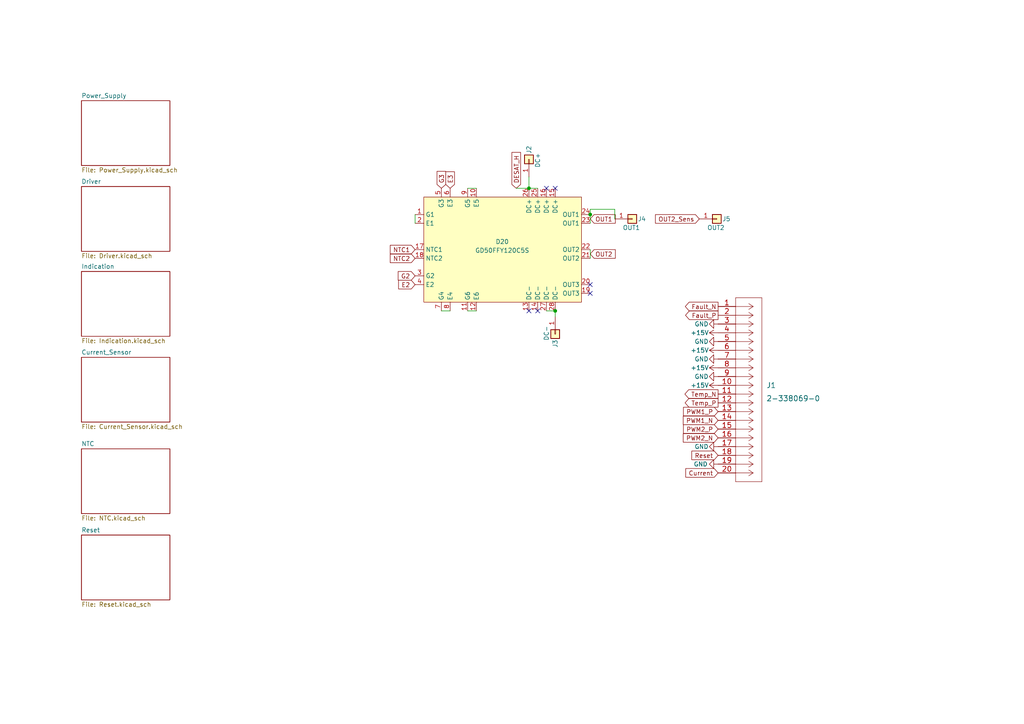
<source format=kicad_sch>
(kicad_sch (version 20230121) (generator eeschema)
  (paper "A4")
  (lib_symbols
    (symbol "Connector_Generic:Conn_01x01" (pin_names (offset 1.016) hide)
      (property "Reference" "J" (at 0 2.54 0))
      (property "Value" "Conn_01x01" (at 0 -2.54 0))
      (symbol "Conn_01x01_1_1"
        (rectangle (start -1.27 0.127) (end 0 -0.127) (stroke (width 0.1524)))
        (rectangle (start -1.27 1.27) (end 1.27 -1.27) (stroke (width 0.254)) (fill (type background)))
        (pin passive line (at -5.08 0 0) (length 3.81) (name "Pin_1") (number "1"))
      )
    )
    (symbol "Connector_My:2-338069-0" (pin_names (offset 0.254) hide)
      (property "Reference" "J" (at 8.89 6.35 0))
      (property "Value" "2-338069-0" (at 10.16 -53.594 0))
      (symbol "2-338069-0_1_1"
        (polyline (pts (xy 5.08 -50.8) (xy 12.7 -50.8)) (stroke (width 0.127)))
        (polyline (pts (xy 5.08 2.54) (xy 5.08 -50.8)) (stroke (width 0.127)))
        (polyline (pts (xy 10.16 -48.26) (xy 5.08 -48.26)) (stroke (width 0.127)))
        (polyline (pts (xy 10.16 -48.26) (xy 8.89 -49.0982)) (stroke (width 0.127)))
        (polyline (pts (xy 10.16 -48.26) (xy 8.89 -47.4218)) (stroke (width 0.127)))
        (polyline (pts (xy 10.16 -45.72) (xy 5.08 -45.72)) (stroke (width 0.127)))
        (polyline (pts (xy 10.16 -45.72) (xy 8.89 -46.5582)) (stroke (width 0.127)))
        (polyline (pts (xy 10.16 -45.72) (xy 8.89 -44.8818)) (stroke (width 0.127)))
        (polyline (pts (xy 10.16 -43.18) (xy 5.08 -43.18)) (stroke (width 0.127)))
        (polyline (pts (xy 10.16 -43.18) (xy 8.89 -44.0182)) (stroke (width 0.127)))
        (polyline (pts (xy 10.16 -43.18) (xy 8.89 -42.3418)) (stroke (width 0.127)))
        (polyline (pts (xy 10.16 -40.64) (xy 5.08 -40.64)) (stroke (width 0.127)))
        (polyline (pts (xy 10.16 -40.64) (xy 8.89 -41.4782)) (stroke (width 0.127)))
        (polyline (pts (xy 10.16 -40.64) (xy 8.89 -39.8018)) (stroke (width 0.127)))
        (polyline (pts (xy 10.16 -38.1) (xy 5.08 -38.1)) (stroke (width 0.127)))
        (polyline (pts (xy 10.16 -38.1) (xy 8.89 -38.9382)) (stroke (width 0.127)))
        (polyline (pts (xy 10.16 -38.1) (xy 8.89 -37.2618)) (stroke (width 0.127)))
        (polyline (pts (xy 10.16 -35.56) (xy 5.08 -35.56)) (stroke (width 0.127)))
        (polyline (pts (xy 10.16 -35.56) (xy 8.89 -36.3982)) (stroke (width 0.127)))
        (polyline (pts (xy 10.16 -35.56) (xy 8.89 -34.7218)) (stroke (width 0.127)))
        (polyline (pts (xy 10.16 -33.02) (xy 5.08 -33.02)) (stroke (width 0.127)))
        (polyline (pts (xy 10.16 -33.02) (xy 8.89 -33.8582)) (stroke (width 0.127)))
        (polyline (pts (xy 10.16 -33.02) (xy 8.89 -32.1818)) (stroke (width 0.127)))
        (polyline (pts (xy 10.16 -30.48) (xy 5.08 -30.48)) (stroke (width 0.127)))
        (polyline (pts (xy 10.16 -30.48) (xy 8.89 -31.3182)) (stroke (width 0.127)))
        (polyline (pts (xy 10.16 -30.48) (xy 8.89 -29.6418)) (stroke (width 0.127)))
        (polyline (pts (xy 10.16 -27.94) (xy 5.08 -27.94)) (stroke (width 0.127)))
        (polyline (pts (xy 10.16 -27.94) (xy 8.89 -28.7782)) (stroke (width 0.127)))
        (polyline (pts (xy 10.16 -27.94) (xy 8.89 -27.1018)) (stroke (width 0.127)))
        (polyline (pts (xy 10.16 -25.4) (xy 5.08 -25.4)) (stroke (width 0.127)))
        (polyline (pts (xy 10.16 -25.4) (xy 8.89 -26.2382)) (stroke (width 0.127)))
        (polyline (pts (xy 10.16 -25.4) (xy 8.89 -24.5618)) (stroke (width 0.127)))
        (polyline (pts (xy 10.16 -22.86) (xy 5.08 -22.86)) (stroke (width 0.127)))
        (polyline (pts (xy 10.16 -22.86) (xy 8.89 -23.6982)) (stroke (width 0.127)))
        (polyline (pts (xy 10.16 -22.86) (xy 8.89 -22.0218)) (stroke (width 0.127)))
        (polyline (pts (xy 10.16 -20.32) (xy 5.08 -20.32)) (stroke (width 0.127)))
        (polyline (pts (xy 10.16 -20.32) (xy 8.89 -21.1582)) (stroke (width 0.127)))
        (polyline (pts (xy 10.16 -20.32) (xy 8.89 -19.4818)) (stroke (width 0.127)))
        (polyline (pts (xy 10.16 -17.78) (xy 5.08 -17.78)) (stroke (width 0.127)))
        (polyline (pts (xy 10.16 -17.78) (xy 8.89 -18.6182)) (stroke (width 0.127)))
        (polyline (pts (xy 10.16 -17.78) (xy 8.89 -16.9418)) (stroke (width 0.127)))
        (polyline (pts (xy 10.16 -15.24) (xy 5.08 -15.24)) (stroke (width 0.127)))
        (polyline (pts (xy 10.16 -15.24) (xy 8.89 -16.0782)) (stroke (width 0.127)))
        (polyline (pts (xy 10.16 -15.24) (xy 8.89 -14.4018)) (stroke (width 0.127)))
        (polyline (pts (xy 10.16 -12.7) (xy 5.08 -12.7)) (stroke (width 0.127)))
        (polyline (pts (xy 10.16 -12.7) (xy 8.89 -13.5382)) (stroke (width 0.127)))
        (polyline (pts (xy 10.16 -12.7) (xy 8.89 -11.8618)) (stroke (width 0.127)))
        (polyline (pts (xy 10.16 -10.16) (xy 5.08 -10.16)) (stroke (width 0.127)))
        (polyline (pts (xy 10.16 -10.16) (xy 8.89 -10.9982)) (stroke (width 0.127)))
        (polyline (pts (xy 10.16 -10.16) (xy 8.89 -9.3218)) (stroke (width 0.127)))
        (polyline (pts (xy 10.16 -7.62) (xy 5.08 -7.62)) (stroke (width 0.127)))
        (polyline (pts (xy 10.16 -7.62) (xy 8.89 -8.4582)) (stroke (width 0.127)))
        (polyline (pts (xy 10.16 -7.62) (xy 8.89 -6.7818)) (stroke (width 0.127)))
        (polyline (pts (xy 10.16 -5.08) (xy 5.08 -5.08)) (stroke (width 0.127)))
        (polyline (pts (xy 10.16 -5.08) (xy 8.89 -5.9182)) (stroke (width 0.127)))
        (polyline (pts (xy 10.16 -5.08) (xy 8.89 -4.2418)) (stroke (width 0.127)))
        (polyline (pts (xy 10.16 -2.54) (xy 5.08 -2.54)) (stroke (width 0.127)))
        (polyline (pts (xy 10.16 -2.54) (xy 8.89 -3.3782)) (stroke (width 0.127)))
        (polyline (pts (xy 10.16 -2.54) (xy 8.89 -1.7018)) (stroke (width 0.127)))
        (polyline (pts (xy 10.16 0) (xy 5.08 0)) (stroke (width 0.127)))
        (polyline (pts (xy 10.16 0) (xy 8.89 -0.8382)) (stroke (width 0.127)))
        (polyline (pts (xy 10.16 0) (xy 8.89 0.8382)) (stroke (width 0.127)))
        (polyline (pts (xy 12.7 -50.8) (xy 12.7 2.54)) (stroke (width 0.127)))
        (polyline (pts (xy 12.7 2.54) (xy 5.08 2.54)) (stroke (width 0.127)))
        (pin unspecified line (at 0 0 0) (length 5.08) (name "1") (number "1"))
        (pin unspecified line (at 0 -22.86 0) (length 5.08) (name "10") (number "10"))
        (pin unspecified line (at 0 -25.4 0) (length 5.08) (name "11") (number "11"))
        (pin unspecified line (at 0 -27.94 0) (length 5.08) (name "12") (number "12"))
        (pin unspecified line (at 0 -30.48 0) (length 5.08) (name "13") (number "13"))
        (pin unspecified line (at 0 -33.02 0) (length 5.08) (name "14") (number "14"))
        (pin unspecified line (at 0 -35.56 0) (length 5.08) (name "15") (number "15"))
        (pin unspecified line (at 0 -38.1 0) (length 5.08) (name "16") (number "16"))
        (pin unspecified line (at 0 -40.64 0) (length 5.08) (name "17") (number "17"))
        (pin unspecified line (at 0 -43.18 0) (length 5.08) (name "18") (number "18"))
        (pin unspecified line (at 0 -45.72 0) (length 5.08) (name "19") (number "19"))
        (pin unspecified line (at 0 -2.54 0) (length 5.08) (name "2") (number "2"))
        (pin unspecified line (at 0 -48.26 0) (length 5.08) (name "20") (number "20"))
        (pin unspecified line (at 0 -5.08 0) (length 5.08) (name "3") (number "3"))
        (pin unspecified line (at 0 -7.62 0) (length 5.08) (name "4") (number "4"))
        (pin unspecified line (at 0 -10.16 0) (length 5.08) (name "5") (number "5"))
        (pin unspecified line (at 0 -12.7 0) (length 5.08) (name "6") (number "6"))
        (pin unspecified line (at 0 -15.24 0) (length 5.08) (name "7") (number "7"))
        (pin unspecified line (at 0 -17.78 0) (length 5.08) (name "8") (number "8"))
        (pin unspecified line (at 0 -20.32 0) (length 5.08) (name "9") (number "9"))
      )
    )
    (symbol "IGBT_Modul:GD50FFY120C5S"
      (property "Reference" "D" (at 0 2.54 0))
      (property "Value" "GD50FFY120C5S" (at 0 0.508 0))
      (symbol "GD50FFY120C5S_0_1"
        (rectangle (start -22.86 15.24) (end 22.86 -15.24) (fill (type background)))
      )
      (symbol "GD50FFY120C5S_1_1"
        (pin input line (at -25.4 10.16 0) (length 2.54) (name "G1") (number "1"))
        (pin input line (at -7.62 17.78 270) (length 2.54) (name "E5") (number "10"))
        (pin input line (at -10.16 -17.78 90) (length 2.54) (name "G6") (number "11"))
        (pin input line (at -7.62 -17.78 90) (length 2.54) (name "E6") (number "12"))
        (pin input line (at 7.62 -17.78 90) (length 2.54) (name "DC-") (number "13"))
        (pin input line (at 10.16 -17.78 90) (length 2.54) (name "DC-") (number "14"))
        (pin input line (at 15.24 17.78 270) (length 2.54) (name "DC+") (number "15"))
        (pin input line (at 12.7 17.78 270) (length 2.54) (name "DC+") (number "16"))
        (pin input line (at -25.4 0 0) (length 2.54) (name "NTC1") (number "17"))
        (pin input line (at -25.4 -2.54 0) (length 2.54) (name "NTC2") (number "18"))
        (pin input line (at 25.4 -12.7 180) (length 2.54) (name "OUT3") (number "19"))
        (pin input line (at -25.4 7.62 0) (length 2.54) (name "E1") (number "2"))
        (pin input line (at 25.4 -10.16 180) (length 2.54) (name "OUT3") (number "20"))
        (pin input line (at 25.4 -2.54 180) (length 2.54) (name "OUT2") (number "21"))
        (pin input line (at 25.4 0 180) (length 2.54) (name "OUT2") (number "22"))
        (pin input line (at 25.4 7.62 180) (length 2.54) (name "OUT1") (number "23"))
        (pin input line (at 25.4 10.16 180) (length 2.54) (name "OUT1") (number "24"))
        (pin input line (at 10.16 17.78 270) (length 2.54) (name "DC+") (number "25"))
        (pin input line (at 7.62 17.78 270) (length 2.54) (name "DC+") (number "26"))
        (pin input line (at 12.7 -17.78 90) (length 2.54) (name "DC-") (number "27"))
        (pin input line (at 15.24 -17.78 90) (length 2.54) (name "DC-") (number "28"))
        (pin input line (at -25.4 -7.62 0) (length 2.54) (name "G2") (number "3"))
        (pin input line (at -25.4 -10.16 0) (length 2.54) (name "E2") (number "4"))
        (pin input line (at -17.78 17.78 270) (length 2.54) (name "G3") (number "5"))
        (pin input line (at -15.24 17.78 270) (length 2.54) (name "E3") (number "6"))
        (pin input line (at -17.78 -17.78 90) (length 2.54) (name "G4") (number "7"))
        (pin input line (at -15.24 -17.78 90) (length 2.54) (name "E4") (number "8"))
        (pin input line (at -10.16 17.78 270) (length 2.54) (name "G5") (number "9"))
      )
    )
    (symbol "power:+15V" (power) (pin_names (offset 0))
      (property "Value" "+15V" (at 0 3.556 0))
      (symbol "+15V_0_1"
        (polyline (pts (xy -0.762 1.27) (xy 0 2.54)))
        (polyline (pts (xy 0 0) (xy 0 2.54)))
        (polyline (pts (xy 0 2.54) (xy 0.762 1.27)))
      )
      (symbol "+15V_1_1"
        (pin power_in line (at 0 0 90) (length 0) hide (name "+15V") (number "1"))
      )
    )
    (symbol "power:GND" (power) (pin_names (offset 0))
      (property "Value" "GND" (at 0 -3.81 0))
      (symbol "GND_0_1"
        (polyline (pts (xy 0 0) (xy 0 -1.27) (xy 1.27 -1.27) (xy 0 -2.54) (xy -1.27 -1.27) (xy 0 -1.27)))
      )
      (symbol "GND_1_1"
        (pin power_in line (at 0 0 270) (length 0) hide (name "GND") (number "1"))
      )
    )
  )
  (junction (at 171.196 62.23))
  (junction (at 153.416 54.61))
  (junction (at 161.036 90.17))
  (no_connect (at 171.196 85.09))
  (no_connect (at 171.196 82.55))
  (no_connect (at 161.036 54.61))
  (no_connect (at 155.956 90.17))
  (no_connect (at 153.416 90.17))
  (no_connect (at 158.496 54.61))
  (wire (pts (xy 171.196 72.39) (xy 171.196 74.93)))
  (wire (pts (xy 153.416 51.308) (xy 153.416 54.61)))
  (wire (pts (xy 135.636 54.61) (xy 138.176 54.61)))
  (wire (pts (xy 158.496 90.17) (xy 161.036 90.17)))
  (wire (pts (xy 149.733 54.61) (xy 153.416 54.61)))
  (wire (pts (xy 120.396 62.23) (xy 120.396 64.77)))
  (wire (pts (xy 128.016 90.17) (xy 130.556 90.17)))
  (wire (pts (xy 161.036 90.17) (xy 161.036 91.821)))
  (wire (pts (xy 153.416 54.61) (xy 155.956 54.61)))
  (wire (pts (xy 178.308 63.5) (xy 178.308 60.706)))
  (wire (pts (xy 171.196 60.706) (xy 171.196 62.23)))
  (wire (pts (xy 178.308 60.706) (xy 171.196 60.706)))
  (wire (pts (xy 171.196 62.23) (xy 171.196 64.77)))
  (wire (pts (xy 135.636 90.17) (xy 138.176 90.17)))
  (global_label "G2" (shape input) (at 120.396 80.01 180) (property "Intersheetrefs" "${INTERSHEET_REFS}" (effects hide)))
  (global_label "Fault_N" (shape output) (at 208.28 88.9 180) (property "Intersheetrefs" "${INTERSHEET_REFS}" (effects hide)))
  (global_label "OUT2" (shape input) (at 171.196 73.66 0) (property "Intersheetrefs" "${INTERSHEET_REFS}" (effects hide)))
  (global_label "PWM2_P" (shape input) (at 208.28 124.46 180) (property "Intersheetrefs" "${INTERSHEET_REFS}" (effects hide)))
  (global_label "Reset" (shape input) (at 208.28 132.08 180) (property "Intersheetrefs" "${INTERSHEET_REFS}" (effects hide)))
  (global_label "E2" (shape input) (at 120.396 82.55 180) (property "Intersheetrefs" "${INTERSHEET_REFS}" (effects hide)))
  (global_label "Current" (shape input) (at 208.28 137.16 180) (property "Intersheetrefs" "${INTERSHEET_REFS}" (effects hide)))
  (global_label "G3" (shape input) (at 128.016 54.61 90) (property "Intersheetrefs" "${INTERSHEET_REFS}" (effects hide)))
  (global_label "OUT1" (shape input) (at 171.196 63.5 0) (property "Intersheetrefs" "${INTERSHEET_REFS}" (effects hide)))
  (global_label "Temp_P" (shape output) (at 208.28 116.84 180) (property "Intersheetrefs" "${INTERSHEET_REFS}" (effects hide)))
  (global_label "DESAT_H" (shape input) (at 149.733 54.61 90) (property "Intersheetrefs" "${INTERSHEET_REFS}" (effects hide)))
  (global_label "NTC1" (shape input) (at 120.396 72.39 180) (property "Intersheetrefs" "${INTERSHEET_REFS}" (effects hide)))
  (global_label "PWM1_P" (shape input) (at 208.28 119.38 180) (property "Intersheetrefs" "${INTERSHEET_REFS}" (effects hide)))
  (global_label "NTC2" (shape input) (at 120.396 74.93 180) (property "Intersheetrefs" "${INTERSHEET_REFS}" (effects hide)))
  (global_label "Fault_P" (shape output) (at 208.28 91.44 180) (property "Intersheetrefs" "${INTERSHEET_REFS}" (effects hide)))
  (global_label "OUT2_Sens" (shape input) (at 202.819 63.5 180) (property "Intersheetrefs" "${INTERSHEET_REFS}" (effects hide)))
  (global_label "PWM1_N" (shape input) (at 208.28 121.92 180) (property "Intersheetrefs" "${INTERSHEET_REFS}" (effects hide)))
  (global_label "Temp_N" (shape output) (at 208.28 114.3 180) (property "Intersheetrefs" "${INTERSHEET_REFS}" (effects hide)))
  (global_label "E3" (shape input) (at 130.556 54.61 90) (property "Intersheetrefs" "${INTERSHEET_REFS}" (effects hide)))
  (global_label "PWM2_N" (shape input) (at 208.28 127 180) (property "Intersheetrefs" "${INTERSHEET_REFS}" (effects hide)))
  (symbol (lib_id "power:+15V") (at 208.28 106.68 90) (unit 1)
    (property "Reference" "#PWR080" (effects hide))
    (property "Value" "+15V" (at 202.946 106.68 90))
  )
  (symbol (lib_id "IGBT_Modul:GD50FFY120C5S") (at 145.796 72.39 0) (unit 1)
    (property "Reference" "D20" (at 145.669 70.104 0))
    (property "Value" "GD50FFY120C5S" (at 145.669 72.644 0))
    (property "Footprint" "IGBT_Modul:GD50FFY120C5S" (effects hide))
  )
  (symbol (lib_id "Connector_Generic:Conn_01x01") (at 161.036 96.901 270) (unit 1)
    (property "Reference" "J3" (at 161.036 99.695 0))
    (property "Value" "DC-" (at 158.496 96.647 0))
    (property "Footprint" "Connector_Power:M5" (effects hide))
  )
  (symbol (lib_id "Connector_Generic:Conn_01x01") (at 153.416 46.228 90) (unit 1)
    (property "Reference" "J2" (at 153.416 43.434 0))
    (property "Value" "DC+" (at 155.956 46.482 0))
    (property "Footprint" "Connector_Power:M5" (effects hide))
  )
  (symbol (lib_id "power:GND") (at 208.28 99.06 270) (unit 1)
    (property "Reference" "#PWR0105" (effects hide))
    (property "Value" "GND" (at 201.422 99.06 90) (effects (justify left)))
  )
  (symbol (lib_id "power:GND") (at 208.28 93.98 270) (unit 1)
    (property "Reference" "#PWR0107" (effects hide))
    (property "Value" "GND" (at 201.422 93.98 90) (effects (justify left)))
  )
  (symbol (lib_id "power:GND") (at 208.28 104.14 270) (unit 1)
    (property "Reference" "#PWR0110" (effects hide))
    (property "Value" "GND" (at 201.422 104.14 90) (effects (justify left)))
  )
  (symbol (lib_id "power:+15V") (at 208.28 96.52 90) (unit 1)
    (property "Reference" "#PWR0106" (effects hide))
    (property "Value" "+15V" (at 202.946 96.52 90))
  )
  (symbol (lib_id "Connector_Generic:Conn_01x01") (at 207.899 63.5 0) (unit 1)
    (property "Reference" "J5" (at 210.693 63.5 0))
    (property "Value" "OUT2" (at 207.645 66.04 0))
    (property "Footprint" "Connector_Power:M5" (effects hide))
  )
  (symbol (lib_id "power:+15V") (at 208.28 111.76 90) (unit 1)
    (property "Reference" "#PWR0108" (effects hide))
    (property "Value" "+15V" (at 202.946 111.76 90))
  )
  (symbol (lib_id "power:+15V") (at 208.28 101.6 90) (unit 1)
    (property "Reference" "#PWR0104" (effects hide))
    (property "Value" "+15V" (at 202.946 101.6 90))
  )
  (symbol (lib_id "Connector_My:2-338069-0") (at 208.28 88.9 0) (unit 1)
    (property "Reference" "J1" (at 222.25 111.76 0) (effects (font (size 1.524 1.524)) (justify left)))
    (property "Value" "2-338069-0" (at 222.25 115.57 0) (effects (font (size 1.524 1.524)) (justify left)))
    (property "Footprint" "Connector_My:2-338069-0" (effects hide))
  )
  (symbol (lib_id "Connector_Generic:Conn_01x01") (at 183.388 63.5 0) (unit 1)
    (property "Reference" "J4" (at 186.182 63.5 0))
    (property "Value" "OUT1" (at 183.134 66.04 0))
    (property "Footprint" "Connector_Power:M5" (effects hide))
  )
  (symbol (lib_id "power:GND") (at 208.28 109.22 270) (unit 1)
    (property "Reference" "#PWR0103" (effects hide))
    (property "Value" "GND" (at 201.422 109.22 90) (effects (justify left)))
  )
  (symbol (lib_id "power:GND") (at 208.28 134.62 270) (unit 1)
    (property "Reference" "#PWR081" (effects hide))
    (property "Value" "GND" (at 201.168 134.62 90) (effects (justify left)))
  )
  (symbol (lib_id "power:GND") (at 208.28 129.54 270) (unit 1)
    (property "Reference" "#PWR014" (effects hide))
    (property "Value" "GND" (at 201.422 129.54 90) (effects (justify left)))
  )
  (sheet (at 23.622 54.102) (size 25.654 18.796) (stroke (width 0.1524))
    (property "Sheetname" "Driver" (at 23.622 53.3904 0) (effects (justify left bottom)))
    (property "Sheetfile" "Driver.kicad_sch" (at 23.622 73.4826 0) (effects (justify left top)))
  )
  (sheet (at 23.622 29.21) (size 25.654 18.796) (stroke (width 0.1524))
    (property "Sheetname" "Power_Supply" (at 23.622 28.4984 0) (effects (justify left bottom)))
    (property "Sheetfile" "Power_Supply.kicad_sch" (at 23.622 48.5906 0) (effects (justify left top)))
  )
  (sheet (at 23.622 130.175) (size 25.654 18.796) (stroke (width 0.1524))
    (property "Sheetname" "NTC" (at 23.622 129.4634 0) (effects (justify left bottom)))
    (property "Sheetfile" "NTC.kicad_sch" (at 23.622 149.5556 0) (effects (justify left top)))
  )
  (sheet (at 23.622 155.194) (size 25.654 18.796) (stroke (width 0.1524))
    (property "Sheetname" "Reset" (at 23.622 154.4824 0) (effects (justify left bottom)))
    (property "Sheetfile" "Reset.kicad_sch" (at 23.622 174.5746 0) (effects (justify left top)))
  )
  (sheet (at 23.622 78.74) (size 25.654 18.796) (stroke (width 0.1524))
    (property "Sheetname" "Indication" (at 23.622 78.0284 0) (effects (justify left bottom)))
    (property "Sheetfile" "Indication.kicad_sch" (at 23.622 98.1206 0) (effects (justify left top)))
  )
  (sheet (at 23.622 103.632) (size 25.654 18.796) (stroke (width 0.1524))
    (property "Sheetname" "Current_Sensor" (at 23.622 102.9204 0) (effects (justify left bottom)))
    (property "Sheetfile" "Current_Sensor.kicad_sch" (at 23.622 123.0126 0) (effects (justify left top)))
  )
)
</source>
